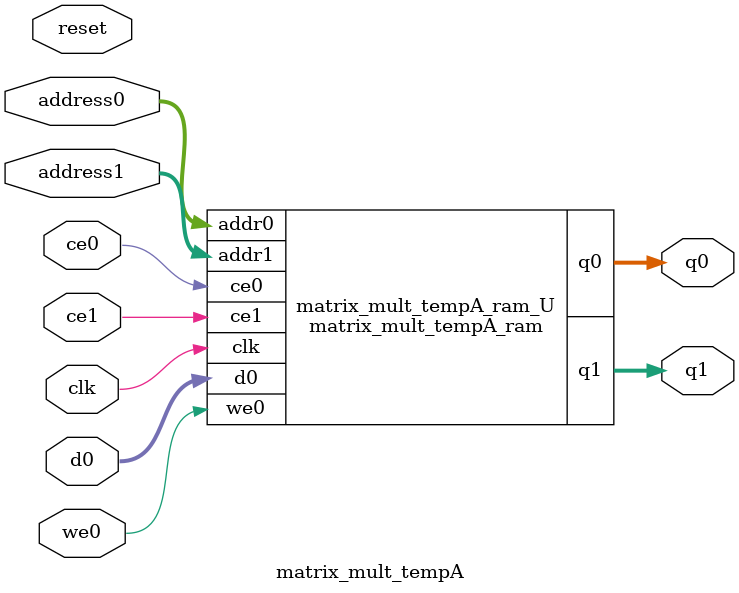
<source format=v>

`timescale 1 ns / 1 ps
module matrix_mult_tempA_ram (addr0, ce0, d0, we0, q0, addr1, ce1, q1,  clk);

parameter DWIDTH = 32;
parameter AWIDTH = 6;
parameter MEM_SIZE = 64;

input[AWIDTH-1:0] addr0;
input ce0;
input[DWIDTH-1:0] d0;
input we0;
output reg[DWIDTH-1:0] q0;
input[AWIDTH-1:0] addr1;
input ce1;
output reg[DWIDTH-1:0] q1;
input clk;

(* ram_style = "block" *)reg [DWIDTH-1:0] ram[0:MEM_SIZE-1];




always @(posedge clk)  
begin 
    if (ce0) 
    begin
        if (we0) 
        begin 
            ram[addr0] <= d0; 
            q0 <= d0;
        end 
        else 
            q0 <= ram[addr0];
    end
end


always @(posedge clk)  
begin 
    if (ce1) 
    begin
            q1 <= ram[addr1];
    end
end


endmodule


`timescale 1 ns / 1 ps
module matrix_mult_tempA(
    reset,
    clk,
    address0,
    ce0,
    we0,
    d0,
    q0,
    address1,
    ce1,
    q1);

parameter DataWidth = 32'd32;
parameter AddressRange = 32'd64;
parameter AddressWidth = 32'd6;
input reset;
input clk;
input[AddressWidth - 1:0] address0;
input ce0;
input we0;
input[DataWidth - 1:0] d0;
output[DataWidth - 1:0] q0;
input[AddressWidth - 1:0] address1;
input ce1;
output[DataWidth - 1:0] q1;



matrix_mult_tempA_ram matrix_mult_tempA_ram_U(
    .clk( clk ),
    .addr0( address0 ),
    .ce0( ce0 ),
    .d0( d0 ),
    .we0( we0 ),
    .q0( q0 ),
    .addr1( address1 ),
    .ce1( ce1 ),
    .q1( q1 ));

endmodule


</source>
